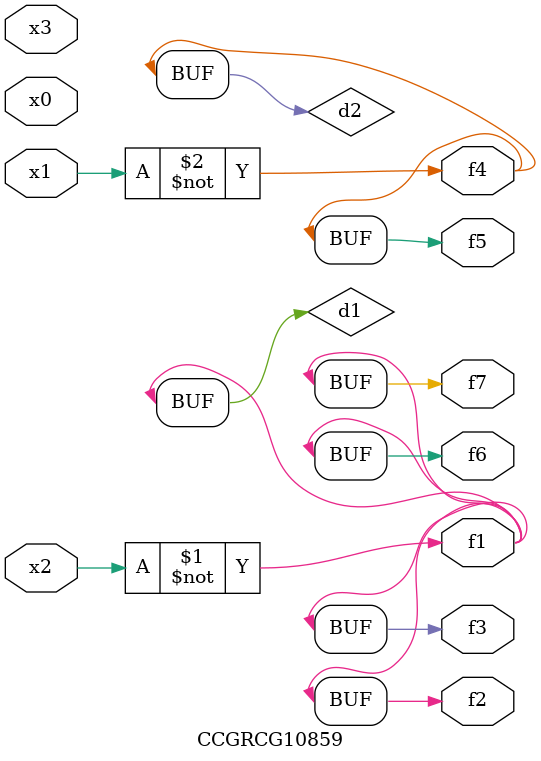
<source format=v>
module CCGRCG10859(
	input x0, x1, x2, x3,
	output f1, f2, f3, f4, f5, f6, f7
);

	wire d1, d2;

	xnor (d1, x2);
	not (d2, x1);
	assign f1 = d1;
	assign f2 = d1;
	assign f3 = d1;
	assign f4 = d2;
	assign f5 = d2;
	assign f6 = d1;
	assign f7 = d1;
endmodule

</source>
